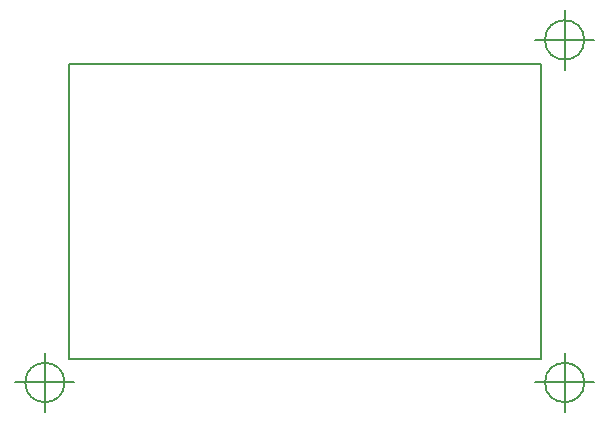
<source format=gm1>
G04 #@! TF.FileFunction,Profile,NP*
%FSLAX46Y46*%
G04 Gerber Fmt 4.6, Leading zero omitted, Abs format (unit mm)*
G04 Created by KiCad (PCBNEW 4.0.6) date 08/31/17 19:16:31*
%MOMM*%
%LPD*%
G01*
G04 APERTURE LIST*
%ADD10C,0.100000*%
%ADD11C,0.150000*%
G04 APERTURE END LIST*
D10*
D11*
X75666666Y-86000000D02*
G75*
G03X75666666Y-86000000I-1666666J0D01*
G01*
X71500000Y-86000000D02*
X76500000Y-86000000D01*
X74000000Y-83500000D02*
X74000000Y-88500000D01*
X119666666Y-57000000D02*
G75*
G03X119666666Y-57000000I-1666666J0D01*
G01*
X115500000Y-57000000D02*
X120500000Y-57000000D01*
X118000000Y-54500000D02*
X118000000Y-59500000D01*
X119666666Y-86000000D02*
G75*
G03X119666666Y-86000000I-1666666J0D01*
G01*
X115500000Y-86000000D02*
X120500000Y-86000000D01*
X118000000Y-83500000D02*
X118000000Y-88500000D01*
X116000000Y-59000000D02*
X76000000Y-59000000D01*
X76000000Y-84000000D02*
X76000000Y-59000000D01*
X116000000Y-84000000D02*
X76000000Y-84000000D01*
X116000000Y-59000000D02*
X116000000Y-84000000D01*
M02*

</source>
